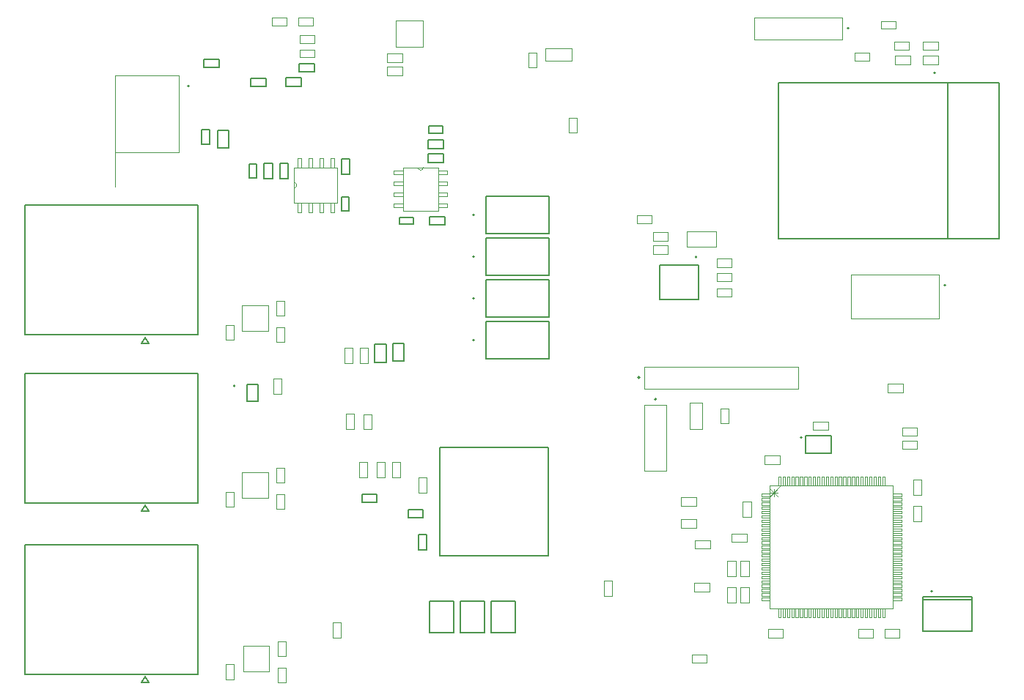
<source format=gbr>
%TF.GenerationSoftware,Altium Limited,Altium Designer,24.4.1 (13)*%
G04 Layer_Color=16711935*
%FSLAX45Y45*%
%MOMM*%
%TF.SameCoordinates,7BA59CB3-8EBC-4C6A-B4C6-80429C3BB8AE*%
%TF.FilePolarity,Positive*%
%TF.FileFunction,Other,Mechanical_13*%
%TF.Part,Single*%
G01*
G75*
%TA.AperFunction,NonConductor*%
%ADD93C,0.20000*%
%ADD96C,0.12700*%
%ADD99C,0.07620*%
%ADD100C,0.10000*%
%ADD168C,0.00000*%
%ADD169C,0.02540*%
D93*
X3403480Y9898220D02*
G03*
X3403480Y9898220I-10000J0D01*
G01*
X8606400Y6527800D02*
G03*
X8606400Y6527800I-10000J0D01*
G01*
X11988880Y4057800D02*
G03*
X11988880Y4057800I-10000J0D01*
G01*
X9266400Y7922800D02*
G03*
X9266400Y7922800I-10000J0D01*
G01*
X6695280Y7442200D02*
G03*
X6695280Y7442200I-10000J0D01*
G01*
X10481592Y5833100D02*
G03*
X10481592Y5833100I-10000J0D01*
G01*
X6696400Y8407400D02*
G03*
X6696400Y8407400I-10000J0D01*
G01*
X6695280Y6959600D02*
G03*
X6695280Y6959600I-10000J0D01*
G01*
X6696400Y7924800D02*
G03*
X6696400Y7924800I-10000J0D01*
G01*
X12021800Y10051800D02*
G03*
X12021800Y10051800I-10000J0D01*
G01*
X8798400Y6275300D02*
G03*
X8798400Y6275300I-10000J0D01*
G01*
X11022400Y10566400D02*
G03*
X11022400Y10566400I-10000J0D01*
G01*
X12140000Y7594600D02*
G03*
X12140000Y7594600I-10000J0D01*
G01*
X3934600Y6430200D02*
G03*
X3934600Y6430200I-10000J0D01*
G01*
D96*
X11874380Y3994300D02*
X12444380D01*
Y3954300D02*
Y3994300D01*
Y3594300D02*
Y3954300D01*
X11874380Y3594300D02*
X12444380D01*
X11874380D02*
Y3954300D01*
Y3994300D01*
Y3954300D02*
X12444380D01*
X9289400Y7427800D02*
Y7827800D01*
X8839400Y7427800D02*
X9289400D01*
X8839400D02*
Y7827800D01*
X9289400D01*
X6828280Y7227200D02*
Y7657200D01*
X7558280Y7227200D02*
Y7657200D01*
X6828280D02*
X7558280D01*
X6828280Y7227200D02*
X7558280D01*
X10521592Y5653100D02*
Y5853100D01*
Y5653100D02*
X10821592D01*
Y5853100D01*
X10521592D02*
X10821592D01*
X5571400Y5085800D02*
Y5175800D01*
X5401400Y5085800D02*
Y5175800D01*
Y5085800D02*
X5571400D01*
X5401400Y5175800D02*
X5571400D01*
X5545400Y6912200D02*
X5681400D01*
X5545400Y6702200D02*
X5681400D01*
Y6912200D01*
X5545400Y6702200D02*
Y6912200D01*
X5751600Y6919900D02*
X5881600D01*
X5751600Y6719900D02*
Y6919900D01*
Y6719900D02*
X5881600D01*
Y6919900D01*
X6104800Y4908000D02*
Y4998000D01*
X5934800Y4908000D02*
Y4998000D01*
Y4908000D02*
X6104800D01*
X5934800Y4998000D02*
X6104800D01*
X6051000Y4537800D02*
X6141000D01*
X6051000Y4707800D02*
X6141000D01*
X6051000Y4537800D02*
Y4707800D01*
X6141000Y4537800D02*
Y4707800D01*
X6829400Y8192400D02*
Y8622400D01*
X7559400Y8192400D02*
Y8622400D01*
X6829400D02*
X7559400D01*
X6829400Y8192400D02*
X7559400D01*
X6828280Y6744600D02*
X7558280D01*
X6828280Y7174600D02*
X7558280D01*
Y6744600D02*
Y7174600D01*
X6828280Y6744600D02*
Y7174600D01*
X6829400Y7709800D02*
X7559400D01*
X6829400Y8139800D02*
X7559400D01*
Y7709800D02*
Y8139800D01*
X6829400Y7709800D02*
Y8139800D01*
X6179520Y3579200D02*
Y3939200D01*
X6459520Y3579200D02*
Y3939200D01*
X6179520Y3579200D02*
X6459520D01*
X6179520Y3939200D02*
X6459520D01*
X6535120Y3579200D02*
Y3939200D01*
X6815120Y3579200D02*
Y3939200D01*
X6535120Y3579200D02*
X6815120D01*
X6535120Y3939200D02*
X6815120D01*
X6890720Y3579200D02*
Y3939200D01*
X7170720Y3579200D02*
Y3939200D01*
X6890720Y3579200D02*
X7170720D01*
X6890720Y3939200D02*
X7170720D01*
X7546500Y4467700D02*
Y5717700D01*
X6296500Y4467700D02*
X7546500D01*
X6296500D02*
Y5717700D01*
X7546500D01*
X12160800Y8131800D02*
Y9931800D01*
X12760800D01*
X10210800D02*
X12160800D01*
X10210800Y8131800D02*
Y9931800D01*
Y8131800D02*
X12160800D01*
X12760800D01*
Y9931800D01*
X6173480Y9432920D02*
X6333480D01*
X6173480Y9352920D02*
X6333480D01*
X6173480D02*
Y9432920D01*
X6333480Y9352920D02*
Y9432920D01*
X6163480Y9176820D02*
Y9278820D01*
X6343480Y9176820D02*
Y9278820D01*
X6163480D02*
X6343480D01*
X6163480Y9176820D02*
X6343480D01*
X6165480Y9014720D02*
Y9110720D01*
X6341480Y9014720D02*
Y9110720D01*
X6165480D02*
X6341480D01*
X6165480Y9014720D02*
X6341480D01*
X5990580Y8298820D02*
Y8378820D01*
X5830580Y8298820D02*
Y8378820D01*
Y8298820D02*
X5990580D01*
X5830580Y8378820D02*
X5990580D01*
X6178180Y8290820D02*
Y8386820D01*
X6354180Y8290820D02*
Y8386820D01*
X6178180D02*
X6354180D01*
X6178180Y8290820D02*
X6354180D01*
X4100200Y8835400D02*
Y8995400D01*
X4180200Y8835400D02*
Y8995400D01*
X4100200Y8835400D02*
X4180200D01*
X4100200Y8995400D02*
X4180200D01*
X5159000Y8878200D02*
X5255000D01*
X5159000Y9054200D02*
X5255000D01*
X5159000Y8878200D02*
Y9054200D01*
X5255000Y8878200D02*
Y9054200D01*
X5167000Y8614400D02*
X5247000D01*
X5167000Y8454400D02*
X5247000D01*
Y8614400D01*
X5167000Y8454400D02*
Y8614400D01*
X4447800Y8826100D02*
X4543800D01*
X4447800Y9002100D02*
X4543800D01*
X4447800Y8826100D02*
Y9002100D01*
X4543800Y8826100D02*
Y9002100D01*
X4267000Y8825400D02*
X4369000D01*
X4267000Y9005400D02*
X4369000D01*
X4267000Y8825400D02*
Y9005400D01*
X4369000Y8825400D02*
Y9005400D01*
X3546100Y9221100D02*
Y9397100D01*
X3642100Y9221100D02*
Y9397100D01*
X3546100Y9221100D02*
X3642100D01*
X3546100Y9397100D02*
X3642100D01*
X3732300Y9183700D02*
Y9383700D01*
X3862300D01*
Y9183700D02*
Y9383700D01*
X3732300Y9183700D02*
X3862300D01*
X3569600Y10208000D02*
X3745600D01*
X3569600Y10112000D02*
X3745600D01*
X3569600D02*
Y10208000D01*
X3745600Y10112000D02*
Y10208000D01*
X4674500Y10061200D02*
X4850500D01*
X4674500Y10157200D02*
X4850500D01*
Y10061200D02*
Y10157200D01*
X4674500Y10061200D02*
Y10157200D01*
X4113160Y9989560D02*
X4289160D01*
X4113160Y9893560D02*
X4289160D01*
X4113160D02*
Y9989560D01*
X4289160Y9893560D02*
Y9989560D01*
X4522100Y9896100D02*
X4698100D01*
X4522100Y9992100D02*
X4698100D01*
Y9896100D02*
Y9992100D01*
X4522100Y9896100D02*
Y9992100D01*
X4072100Y6250000D02*
Y6450000D01*
X4197100D01*
Y6250000D02*
Y6450000D01*
X4072100Y6250000D02*
X4197100D01*
X1505600Y8522400D02*
X3499600D01*
Y7022400D02*
Y8522400D01*
X1505600Y7022400D02*
X3499600D01*
X1505600D02*
Y8522400D01*
X2855600Y6922700D02*
X2935600D01*
X2895600Y6992700D02*
X2935600Y6922700D01*
X2855600D02*
X2895600Y6992700D01*
X1505600Y6578400D02*
X3499600D01*
Y5078400D02*
Y6578400D01*
X1505600Y5078400D02*
X3499600D01*
X1505600D02*
Y6578400D01*
X2855600Y4978700D02*
X2935600D01*
X2895600Y5048700D02*
X2935600Y4978700D01*
X2855600D02*
X2895600Y5048700D01*
X1505600Y4597200D02*
X3499600D01*
Y3097200D02*
Y4597200D01*
X1505600Y3097200D02*
X3499600D01*
X1505600D02*
Y4597200D01*
X2855600Y2997500D02*
X2935600D01*
X2895600Y3067500D02*
X2935600Y2997500D01*
X2855600D02*
X2895600Y3067500D01*
D99*
X10117872Y5235299D02*
X10202511Y5150660D01*
X10117872D02*
X10202511Y5235299D01*
X10117872Y5192979D02*
X10202511D01*
X10160192Y5150660D02*
Y5235299D01*
D100*
X2546700Y8735800D02*
Y9128800D01*
Y10022800D02*
X3281700D01*
X2546700Y9128800D02*
Y10022800D01*
Y9128800D02*
X3281700D01*
Y10022800D01*
X8661400Y6400800D02*
Y6654800D01*
X10439400D01*
Y6400800D02*
Y6654800D01*
X8661400Y6400800D02*
X10439400D01*
X8661400D02*
Y6654800D01*
X10439400D01*
Y6400800D02*
Y6654800D01*
X9381400Y3231600D02*
Y3321600D01*
X9211400Y3231600D02*
Y3321600D01*
Y3231600D02*
X9381400D01*
X9211400Y3321600D02*
X9381400D01*
X5060400Y3691800D02*
X5150400D01*
X5060400Y3521800D02*
X5150400D01*
Y3691800D01*
X5060400Y3521800D02*
Y3691800D01*
X8746400Y8311600D02*
Y8401600D01*
X8576400Y8311600D02*
Y8401600D01*
Y8311600D02*
X8746400D01*
X8576400Y8401600D02*
X8746400D01*
X11813192Y5699000D02*
Y5795000D01*
X11638192Y5699000D02*
Y5795000D01*
Y5699000D02*
X11813192D01*
X11638192Y5795000D02*
X11813192D01*
Y5851400D02*
Y5947400D01*
X11638192Y5851400D02*
Y5947400D01*
Y5851400D02*
X11813192D01*
X11638192Y5947400D02*
X11813192D01*
X10609492Y5921000D02*
Y6017000D01*
X10784492Y5921000D02*
Y6017000D01*
X10609492D02*
X10784492D01*
X10609492Y5921000D02*
X10784492D01*
X6098600Y10347900D02*
Y10657900D01*
X5788600Y10347900D02*
Y10657900D01*
Y10347900D02*
X6098600D01*
X5788600Y10657900D02*
X6098600D01*
X8197300Y4004400D02*
Y4174400D01*
X8287300Y4004400D02*
Y4174400D01*
X8197300Y4004400D02*
X8287300D01*
X8197300Y4174400D02*
X8287300D01*
X5746200Y5376000D02*
Y5546000D01*
X5836200Y5376000D02*
Y5546000D01*
X5746200Y5376000D02*
X5836200D01*
X5746200Y5546000D02*
X5836200D01*
X5658400Y5376000D02*
Y5546000D01*
X5568400Y5376000D02*
Y5546000D01*
X5658400D01*
X5568400Y5376000D02*
X5658400D01*
X5455200D02*
Y5546000D01*
X5365200Y5376000D02*
Y5546000D01*
X5455200D01*
X5365200Y5376000D02*
X5455200D01*
X5302800Y5934800D02*
Y6104800D01*
X5212800Y5934800D02*
Y6104800D01*
X5302800D01*
X5212800Y5934800D02*
X5302800D01*
X5416000Y5933600D02*
Y6103600D01*
X5506000Y5933600D02*
Y6103600D01*
X5416000Y5933600D02*
X5506000D01*
X5416000Y6103600D02*
X5506000D01*
X5290100Y6696800D02*
Y6866800D01*
X5200100Y6696800D02*
Y6866800D01*
X5290100D01*
X5200100Y6696800D02*
X5290100D01*
X5467900D02*
Y6866800D01*
X5377900Y6696800D02*
Y6866800D01*
X5467900D01*
X5377900Y6696800D02*
X5467900D01*
X6141000Y5198200D02*
Y5368200D01*
X6051000Y5198200D02*
Y5368200D01*
X6141000D01*
X6051000Y5198200D02*
X6141000D01*
X7786753Y9360907D02*
Y9530907D01*
X7876753Y9360907D02*
Y9530907D01*
X7786753Y9360907D02*
X7876753D01*
X7786753Y9530907D02*
X7876753D01*
X9086692Y5044700D02*
X9261692D01*
X9086692Y5140700D02*
X9261692D01*
Y5044700D02*
Y5140700D01*
X9086692Y5044700D02*
Y5140700D01*
X9085492Y4790700D02*
X9260492D01*
X9085492Y4886700D02*
X9260492D01*
Y4790700D02*
Y4886700D01*
X9085492Y4790700D02*
Y4886700D01*
X10050692Y5527300D02*
X10225692D01*
X10050692Y5623300D02*
X10225692D01*
Y5527300D02*
Y5623300D01*
X10050692Y5527300D02*
Y5623300D01*
X11469500Y6357880D02*
X11644500D01*
X11469500Y6453880D02*
X11644500D01*
Y6357880D02*
Y6453880D01*
X11469500Y6357880D02*
Y6453880D01*
X9798092Y4916300D02*
Y5091300D01*
X9894092Y4916300D02*
Y5091300D01*
X9798092Y4916300D02*
X9894092D01*
X9798092Y5091300D02*
X9894092D01*
X9666100Y4625600D02*
X9841100D01*
X9666100Y4721600D02*
X9841100D01*
Y4625600D02*
Y4721600D01*
X9666100Y4625600D02*
Y4721600D01*
X9247000Y4645400D02*
X9422000D01*
X9247000Y4549400D02*
X9422000D01*
X9247000D02*
Y4645400D01*
X9422000Y4549400D02*
Y4645400D01*
X11766592Y5170300D02*
Y5345300D01*
X11862592Y5170300D02*
Y5345300D01*
X11766592Y5170300D02*
X11862592D01*
X11766592Y5345300D02*
X11862592D01*
X11862592Y4865500D02*
Y5040500D01*
X11766592Y4865500D02*
Y5040500D01*
X11862592D01*
X11766592Y4865500D02*
X11862592D01*
X9234300Y4054100D02*
X9409300D01*
X9234300Y4150100D02*
X9409300D01*
Y4054100D02*
Y4150100D01*
X9234300Y4054100D02*
Y4150100D01*
X9620292Y4230500D02*
Y4405500D01*
X9716292Y4230500D02*
Y4405500D01*
X9620292Y4230500D02*
X9716292D01*
X9620292Y4405500D02*
X9716292D01*
X9716292Y3925700D02*
Y4100700D01*
X9620292Y3925700D02*
Y4100700D01*
X9716292D01*
X9620292Y3925700D02*
X9716292D01*
X9772692Y4230500D02*
Y4405500D01*
X9868692Y4230500D02*
Y4405500D01*
X9772692Y4230500D02*
X9868692D01*
X9772692Y4405500D02*
X9868692D01*
X9868692Y3925700D02*
Y4100700D01*
X9772692Y3925700D02*
Y4100700D01*
X9868692D01*
X9772692Y3925700D02*
X9868692D01*
X10088792Y3520700D02*
X10263792D01*
X10088792Y3616700D02*
X10263792D01*
Y3520700D02*
Y3616700D01*
X10088792Y3520700D02*
Y3616700D01*
X11130192Y3520700D02*
X11305192D01*
X11130192Y3616700D02*
X11305192D01*
Y3520700D02*
Y3616700D01*
X11130192Y3520700D02*
Y3616700D01*
X11434992Y3616700D02*
X11609992D01*
X11434992Y3520700D02*
X11609992D01*
X11434992D02*
Y3616700D01*
X11609992Y3520700D02*
Y3616700D01*
X7520800Y10191600D02*
X7820800D01*
X7520800Y10331600D02*
X7820800D01*
X7520800Y10191600D02*
Y10331600D01*
X7820800Y10191600D02*
Y10331600D01*
X7321000Y10113100D02*
Y10283100D01*
X7411000Y10113100D02*
Y10283100D01*
X7321000Y10113100D02*
X7411000D01*
X7321000Y10283100D02*
X7411000D01*
X5691000Y10119100D02*
X5866000D01*
X5691000Y10023100D02*
X5866000D01*
X5691000D02*
Y10119100D01*
X5866000Y10023100D02*
Y10119100D01*
X5691000Y10271500D02*
X5866000D01*
X5691000Y10175500D02*
X5866000D01*
X5691000D02*
Y10271500D01*
X5866000Y10175500D02*
Y10271500D01*
X11557200Y10150100D02*
X11732200D01*
X11557200Y10246100D02*
X11732200D01*
Y10150100D02*
Y10246100D01*
X11557200Y10150100D02*
Y10246100D01*
X11718200Y10318200D02*
Y10408200D01*
X11548200Y10318200D02*
Y10408200D01*
Y10318200D02*
X11718200D01*
X11548200Y10408200D02*
X11718200D01*
X11875900Y10246100D02*
X12050900D01*
X11875900Y10150100D02*
X12050900D01*
X11875900D02*
Y10246100D01*
X12050900Y10150100D02*
Y10246100D01*
X11875900Y10411200D02*
X12050900D01*
X11875900Y10315200D02*
X12050900D01*
X11875900D02*
Y10411200D01*
X12050900Y10315200D02*
Y10411200D01*
X11395800Y10559500D02*
Y10649500D01*
X11565800Y10559500D02*
Y10649500D01*
X11395800D02*
X11565800D01*
X11395800Y10559500D02*
X11565800D01*
X11261000Y10191200D02*
Y10281200D01*
X11091000Y10191200D02*
Y10281200D01*
Y10191200D02*
X11261000D01*
X11091000Y10281200D02*
X11261000D01*
X9543500Y6168300D02*
X9633500D01*
X9543500Y5998300D02*
X9633500D01*
Y6168300D01*
X9543500Y5998300D02*
Y6168300D01*
X9188300Y6233300D02*
X9328300D01*
X9188300Y5933300D02*
X9328300D01*
X9188300D02*
Y6233300D01*
X9328300Y5933300D02*
Y6233300D01*
X8661400Y6210300D02*
X8915400D01*
Y5448300D02*
Y6210300D01*
X8661400Y5448300D02*
X8915400D01*
X8661400D02*
Y6210300D01*
X8915400D01*
Y5448300D02*
Y6210300D01*
X8661400Y5448300D02*
X8915400D01*
X10947400Y10439400D02*
Y10693400D01*
X9931400Y10439400D02*
X10947400D01*
X9931400D02*
Y10693400D01*
X10947400D01*
Y10439400D02*
Y10693400D01*
X9931400Y10439400D02*
X10947400D01*
X9931400D02*
Y10693400D01*
X12065000Y7213600D02*
Y7721600D01*
X11049000Y7213600D02*
X12065000D01*
X11049000D02*
Y7721600D01*
X12065000D01*
Y7213600D02*
Y7721600D01*
X11049000Y7213600D02*
X12065000D01*
X11049000D02*
Y7721600D01*
X9491800Y8038000D02*
Y8218000D01*
X9151800Y8038000D02*
Y8218000D01*
Y8038000D02*
X9491800D01*
X9151800Y8218000D02*
X9491800D01*
X8757500Y8110300D02*
X8932500D01*
X8757500Y8206300D02*
X8932500D01*
Y8110300D02*
Y8206300D01*
X8757500Y8110300D02*
Y8206300D01*
X8758700Y7957900D02*
X8933700D01*
X8758700Y8053900D02*
X8933700D01*
Y7957900D02*
Y8053900D01*
X8758700Y7957900D02*
Y8053900D01*
X9495300Y7805500D02*
X9670300D01*
X9495300Y7901500D02*
X9670300D01*
Y7805500D02*
Y7901500D01*
X9495300Y7805500D02*
Y7901500D01*
X9496600Y7643400D02*
Y7733400D01*
X9666600Y7643400D02*
Y7733400D01*
X9496600D02*
X9666600D01*
X9496600Y7643400D02*
X9666600D01*
X9666600Y7465600D02*
Y7555600D01*
X9496600Y7465600D02*
Y7555600D01*
Y7465600D02*
X9666600D01*
X9496600Y7555600D02*
X9666600D01*
X4847500Y10394400D02*
Y10484400D01*
X4677500Y10394400D02*
Y10484400D01*
Y10394400D02*
X4847500D01*
X4677500Y10484400D02*
X4847500D01*
X4677500Y10229300D02*
Y10319300D01*
X4847500Y10229300D02*
Y10319300D01*
X4677500D02*
X4847500D01*
X4677500Y10229300D02*
X4847500D01*
X4530000Y10597600D02*
Y10687600D01*
X4360000Y10597600D02*
Y10687600D01*
Y10597600D02*
X4530000D01*
X4360000Y10687600D02*
X4530000D01*
X4834800Y10597600D02*
Y10687600D01*
X4664800Y10597600D02*
Y10687600D01*
Y10597600D02*
X4834800D01*
X4664800Y10687600D02*
X4834800D01*
X4371600Y6338700D02*
X4467600D01*
X4371600Y6513700D02*
X4467600D01*
X4371600Y6338700D02*
Y6513700D01*
X4467600Y6338700D02*
Y6513700D01*
X4422400Y3478400D02*
X4518400D01*
X4422400Y3303400D02*
X4518400D01*
Y3478400D01*
X4422400Y3303400D02*
Y3478400D01*
X3918500Y3039200D02*
Y3209200D01*
X3828500Y3039200D02*
Y3209200D01*
X3918500D01*
X3828500Y3039200D02*
X3918500D01*
X4422400Y3173600D02*
X4518400D01*
X4422400Y2998600D02*
X4518400D01*
Y3173600D01*
X4422400Y2998600D02*
Y3173600D01*
X3918500Y5033100D02*
Y5203100D01*
X3828500Y5033100D02*
Y5203100D01*
X3918500D01*
X3828500Y5033100D02*
X3918500D01*
X4409700Y5180200D02*
X4505700D01*
X4409700Y5005200D02*
X4505700D01*
Y5180200D01*
X4409700Y5005200D02*
Y5180200D01*
Y5485000D02*
X4505700D01*
X4409700Y5310000D02*
X4505700D01*
Y5485000D01*
X4409700Y5310000D02*
Y5485000D01*
X3918500Y6963500D02*
Y7133500D01*
X3828500Y6963500D02*
Y7133500D01*
X3918500D01*
X3828500Y6963500D02*
X3918500D01*
X4409700Y7110600D02*
X4505700D01*
X4409700Y6935600D02*
X4505700D01*
Y7110600D01*
X4409700Y6935600D02*
Y7110600D01*
Y7415400D02*
X4505700D01*
X4409700Y7240400D02*
X4505700D01*
Y7415400D01*
X4409700Y7240400D02*
Y7415400D01*
X4028290Y3426610D02*
X4328310D01*
X4028290Y3126589D02*
Y3426610D01*
Y3126589D02*
X4328310D01*
Y3426610D01*
X4015590Y5433210D02*
X4315610D01*
X4015590Y5133189D02*
Y5433210D01*
Y5133189D02*
X4315610D01*
Y5433210D01*
X4015590Y7363610D02*
X4315610D01*
X4015590Y7063589D02*
Y7363610D01*
Y7063589D02*
X4315610D01*
Y7363610D01*
D168*
X4615180Y8719820D02*
G03*
X4615180Y8780780I0J30480D01*
G01*
X6045200Y8956040D02*
G03*
X6106160Y8956040I30480J0D01*
G01*
X4615180Y8549640D02*
X5113020D01*
X4615180D02*
Y8719820D01*
Y8780780D01*
Y8950960D01*
X5113020D01*
Y8549640D02*
Y8950960D01*
X4650740D02*
Y9060180D01*
X4696460D01*
Y8950960D02*
Y9060180D01*
X4650740Y8950960D02*
X4696460D01*
X4777740D02*
Y9060180D01*
X4823460D01*
Y8950960D02*
Y9060180D01*
X4777740Y8950960D02*
X4823460D01*
X4904740D02*
Y9060180D01*
X4950460D01*
Y8950960D02*
Y9060180D01*
X4904740Y8950960D02*
X4950460D01*
X5031740D02*
Y9060180D01*
X5077460D01*
Y8950960D02*
Y9060180D01*
X5031740Y8950960D02*
X5077460D01*
Y8440420D02*
Y8549640D01*
X5031740Y8440420D02*
X5077460D01*
X5031740D02*
Y8549640D01*
X5077460D01*
X4950460Y8440420D02*
Y8549640D01*
X4904740Y8440420D02*
X4950460D01*
X4904740D02*
Y8549640D01*
X4950460D01*
X4823460Y8440420D02*
Y8549640D01*
X4777740Y8440420D02*
X4823460D01*
X4777740D02*
Y8549640D01*
X4823460D01*
X4696460Y8440420D02*
Y8549640D01*
X4650740Y8440420D02*
X4696460D01*
X4650740D02*
Y8549640D01*
X4696460D01*
X5875020Y8874760D02*
Y8920480D01*
X5765800D02*
X5875020D01*
X5765800Y8874760D02*
Y8920480D01*
Y8874760D02*
X5875020D01*
Y8747760D02*
Y8793480D01*
X5765800D02*
X5875020D01*
X5765800Y8747760D02*
Y8793480D01*
Y8747760D02*
X5875020D01*
Y8620760D02*
Y8666480D01*
X5765800D02*
X5875020D01*
X5765800Y8620760D02*
Y8666480D01*
Y8620760D02*
X5875020D01*
Y8493760D02*
Y8539480D01*
X5765800D02*
X5875020D01*
X5765800Y8493760D02*
Y8539480D01*
Y8493760D02*
X5875020D01*
X6276340D02*
Y8539480D01*
Y8493760D02*
X6385560D01*
Y8539480D01*
X6276340D02*
X6385560D01*
X6276340Y8620760D02*
Y8666480D01*
Y8620760D02*
X6385560D01*
Y8666480D01*
X6276340D02*
X6385560D01*
X6276340Y8747760D02*
Y8793480D01*
Y8747760D02*
X6385560D01*
Y8793480D01*
X6276340D02*
X6385560D01*
X6276340Y8874760D02*
Y8920480D01*
Y8874760D02*
X6385560D01*
Y8920480D01*
X6276340D02*
X6385560D01*
X5875020Y8458200D02*
X6276340D01*
Y8956040D01*
X6106160D02*
X6276340D01*
X6045200D02*
X6106160D01*
X5875020D02*
X6045200D01*
X5875020Y8458200D02*
Y8956040D01*
D169*
X11407482Y5277930D02*
X11435422D01*
Y5378260D01*
X11407482D02*
X11435422D01*
X11407482Y5277930D02*
Y5378260D01*
X11357482Y5277930D02*
X11385422D01*
Y5378260D01*
X11357482D02*
X11385422D01*
X11357482Y5277930D02*
Y5378260D01*
X11307482Y5277930D02*
X11335422D01*
Y5378260D01*
X11307482D02*
X11335422D01*
X11307482Y5277930D02*
Y5378260D01*
X11257482Y5277930D02*
X11285422D01*
Y5378260D01*
X11257482D02*
X11285422D01*
X11257482Y5277930D02*
Y5378260D01*
X11207482Y5277930D02*
X11235422D01*
Y5378260D01*
X11207482D02*
X11235422D01*
X11207482Y5277930D02*
Y5378260D01*
X11157482Y5277930D02*
X11185422D01*
Y5378260D01*
X11157482D02*
X11185422D01*
X11157482Y5277930D02*
Y5378260D01*
X11107482Y5277930D02*
X11135422D01*
Y5378260D01*
X11107482D02*
X11135422D01*
X11107482Y5277930D02*
Y5378260D01*
X11057482Y5277930D02*
X11085422D01*
Y5378260D01*
X11057482D02*
X11085422D01*
X11057482Y5277930D02*
Y5378260D01*
X11007482Y5277930D02*
X11035422D01*
Y5378260D01*
X11007482D02*
X11035422D01*
X11007482Y5277930D02*
Y5378260D01*
X10957482Y5277930D02*
X10985422D01*
Y5378260D01*
X10957482D02*
X10985422D01*
X10957482Y5277930D02*
Y5378260D01*
X10907482Y5277930D02*
X10935422D01*
Y5378260D01*
X10907482D02*
X10935422D01*
X10907482Y5277930D02*
Y5378260D01*
X10857482Y5277930D02*
X10885422D01*
Y5378260D01*
X10857482D02*
X10885422D01*
X10857482Y5277930D02*
Y5378260D01*
X10807482Y5277930D02*
X10835422D01*
Y5378260D01*
X10807482D02*
X10835422D01*
X10807482Y5277930D02*
Y5378260D01*
X10757482Y5277930D02*
X10785422D01*
Y5378260D01*
X10757482D02*
X10785422D01*
X10757482Y5277930D02*
Y5378260D01*
X10707482Y5277930D02*
X10735422D01*
Y5378260D01*
X10707482D02*
X10735422D01*
X10707482Y5277930D02*
Y5378260D01*
X10657482Y5277930D02*
X10685422D01*
Y5378260D01*
X10657482D02*
X10685422D01*
X10657482Y5277930D02*
Y5378260D01*
X10607482Y5277930D02*
X10635422D01*
Y5378260D01*
X10607482D02*
X10635422D01*
X10607482Y5277930D02*
Y5378260D01*
X10557482Y5277930D02*
X10585422D01*
Y5378260D01*
X10557482D02*
X10585422D01*
X10557482Y5277930D02*
Y5378260D01*
X10507482Y5277930D02*
X10535422D01*
Y5378260D01*
X10507482D02*
X10535422D01*
X10507482Y5277930D02*
Y5378260D01*
X10457482Y5277930D02*
X10485422D01*
Y5378260D01*
X10457482D02*
X10485422D01*
X10457482Y5277930D02*
Y5378260D01*
X10407482Y5277930D02*
X10435422D01*
Y5378260D01*
X10407482D02*
X10435422D01*
X10407482Y5277930D02*
Y5378260D01*
X10357482Y5277930D02*
X10385422D01*
Y5378260D01*
X10357482D02*
X10385422D01*
X10357482Y5277930D02*
Y5378260D01*
X10307482Y5277930D02*
X10335422D01*
Y5378260D01*
X10307482D02*
X10335422D01*
X10307482Y5277930D02*
Y5378260D01*
X10257482Y5277930D02*
X10285422D01*
Y5378260D01*
X10257482D02*
X10285422D01*
X10257482Y5277930D02*
Y5378260D01*
X10207482Y5277930D02*
X10235422D01*
Y5378260D01*
X10207482D02*
X10235422D01*
X10207482Y5277930D02*
Y5378260D01*
X10111522Y5154030D02*
Y5181970D01*
X10011192D02*
X10111522D01*
X10011192Y5154030D02*
Y5181970D01*
Y5154030D02*
X10111522D01*
Y5104030D02*
Y5131970D01*
X10011192D02*
X10111522D01*
X10011192Y5104030D02*
Y5131970D01*
Y5104030D02*
X10111522D01*
Y5054030D02*
Y5081970D01*
X10011192D02*
X10111522D01*
X10011192Y5054030D02*
Y5081970D01*
Y5054030D02*
X10111522D01*
Y5004030D02*
Y5031970D01*
X10011192D02*
X10111522D01*
X10011192Y5004030D02*
Y5031970D01*
Y5004030D02*
X10111522D01*
Y4954030D02*
Y4981970D01*
X10011192D02*
X10111522D01*
X10011192Y4954030D02*
Y4981970D01*
Y4954030D02*
X10111522D01*
Y4904030D02*
Y4931970D01*
X10011192D02*
X10111522D01*
X10011192Y4904030D02*
Y4931970D01*
Y4904030D02*
X10111522D01*
Y4854030D02*
Y4881970D01*
X10011192D02*
X10111522D01*
X10011192Y4854030D02*
Y4881970D01*
Y4854030D02*
X10111522D01*
Y4804030D02*
Y4831970D01*
X10011192D02*
X10111522D01*
X10011192Y4804030D02*
Y4831970D01*
Y4804030D02*
X10111522D01*
Y4754030D02*
Y4781970D01*
X10011192D02*
X10111522D01*
X10011192Y4754030D02*
Y4781970D01*
Y4754030D02*
X10111522D01*
Y4704030D02*
Y4731970D01*
X10011192D02*
X10111522D01*
X10011192Y4704030D02*
Y4731970D01*
Y4704030D02*
X10111522D01*
Y4654030D02*
Y4681970D01*
X10011192D02*
X10111522D01*
X10011192Y4654030D02*
Y4681970D01*
Y4654030D02*
X10111522D01*
Y4604030D02*
Y4631970D01*
X10011192D02*
X10111522D01*
X10011192Y4604030D02*
Y4631970D01*
Y4604030D02*
X10111522D01*
Y4554030D02*
Y4581970D01*
X10011192D02*
X10111522D01*
X10011192Y4554030D02*
Y4581970D01*
Y4554030D02*
X10111522D01*
Y4504030D02*
Y4531970D01*
X10011192D02*
X10111522D01*
X10011192Y4504030D02*
Y4531970D01*
Y4504030D02*
X10111522D01*
Y4454030D02*
Y4481970D01*
X10011192D02*
X10111522D01*
X10011192Y4454030D02*
Y4481970D01*
Y4454030D02*
X10111522D01*
Y4404030D02*
Y4431970D01*
X10011192D02*
X10111522D01*
X10011192Y4404030D02*
Y4431970D01*
Y4404030D02*
X10111522D01*
Y4354030D02*
Y4381970D01*
X10011192D02*
X10111522D01*
X10011192Y4354030D02*
Y4381970D01*
Y4354030D02*
X10111522D01*
Y4304030D02*
Y4331970D01*
X10011192D02*
X10111522D01*
X10011192Y4304030D02*
Y4331970D01*
Y4304030D02*
X10111522D01*
Y4254030D02*
Y4281970D01*
X10011192D02*
X10111522D01*
X10011192Y4254030D02*
Y4281970D01*
Y4254030D02*
X10111522D01*
Y4204030D02*
Y4231970D01*
X10011192D02*
X10111522D01*
X10011192Y4204030D02*
Y4231970D01*
Y4204030D02*
X10111522D01*
Y4154030D02*
Y4181970D01*
X10011192D02*
X10111522D01*
X10011192Y4154030D02*
Y4181970D01*
Y4154030D02*
X10111522D01*
Y4104030D02*
Y4131970D01*
X10011192D02*
X10111522D01*
X10011192Y4104030D02*
Y4131970D01*
Y4104030D02*
X10111522D01*
Y4054030D02*
Y4081970D01*
X10011192D02*
X10111522D01*
X10011192Y4054030D02*
Y4081970D01*
Y4054030D02*
X10111522D01*
Y4004030D02*
Y4031970D01*
X10011192D02*
X10111522D01*
X10011192Y4004030D02*
Y4031970D01*
Y4004030D02*
X10111522D01*
Y3954030D02*
Y3981970D01*
X10011192D02*
X10111522D01*
X10011192Y3954030D02*
Y3981970D01*
Y3954030D02*
X10111522D01*
X10207482Y3858070D02*
X10235422D01*
X10207482Y3757740D02*
Y3858070D01*
Y3757740D02*
X10235422D01*
Y3858070D01*
X10257482D02*
X10285422D01*
X10257482Y3757740D02*
Y3858070D01*
Y3757740D02*
X10285422D01*
Y3858070D01*
X10307482D02*
X10335422D01*
X10307482Y3757740D02*
Y3858070D01*
Y3757740D02*
X10335422D01*
Y3858070D01*
X10357482D02*
X10385422D01*
X10357482Y3757740D02*
Y3858070D01*
Y3757740D02*
X10385422D01*
Y3858070D01*
X10407482D02*
X10435422D01*
X10407482Y3757740D02*
Y3858070D01*
Y3757740D02*
X10435422D01*
Y3858070D01*
X10457482D02*
X10485422D01*
X10457482Y3757740D02*
Y3858070D01*
Y3757740D02*
X10485422D01*
Y3858070D01*
X10507482D02*
X10535422D01*
X10507482Y3757740D02*
Y3858070D01*
Y3757740D02*
X10535422D01*
Y3858070D01*
X10557482D02*
X10585422D01*
X10557482Y3757740D02*
Y3858070D01*
Y3757740D02*
X10585422D01*
Y3858070D01*
X10607482D02*
X10635422D01*
X10607482Y3757740D02*
Y3858070D01*
Y3757740D02*
X10635422D01*
Y3858070D01*
X10657482D02*
X10685422D01*
X10657482Y3757740D02*
Y3858070D01*
Y3757740D02*
X10685422D01*
Y3858070D01*
X10707482D02*
X10735422D01*
X10707482Y3757740D02*
Y3858070D01*
Y3757740D02*
X10735422D01*
Y3858070D01*
X10757482D02*
X10785422D01*
X10757482Y3757740D02*
Y3858070D01*
Y3757740D02*
X10785422D01*
Y3858070D01*
X10807482D02*
X10835422D01*
X10807482Y3757740D02*
Y3858070D01*
Y3757740D02*
X10835422D01*
Y3858070D01*
X10857482D02*
X10885422D01*
X10857482Y3757740D02*
Y3858070D01*
Y3757740D02*
X10885422D01*
Y3858070D01*
X10907482D02*
X10935422D01*
X10907482Y3757740D02*
Y3858070D01*
Y3757740D02*
X10935422D01*
Y3858070D01*
X10957482D02*
X10985422D01*
X10957482Y3757740D02*
Y3858070D01*
Y3757740D02*
X10985422D01*
Y3858070D01*
X11007482D02*
X11035422D01*
X11007482Y3757740D02*
Y3858070D01*
Y3757740D02*
X11035422D01*
Y3858070D01*
X11057482D02*
X11085422D01*
X11057482Y3757740D02*
Y3858070D01*
Y3757740D02*
X11085422D01*
Y3858070D01*
X11107482D02*
X11135422D01*
X11107482Y3757740D02*
Y3858070D01*
Y3757740D02*
X11135422D01*
Y3858070D01*
X11157482D02*
X11185422D01*
X11157482Y3757740D02*
Y3858070D01*
Y3757740D02*
X11185422D01*
Y3858070D01*
X11207482D02*
X11235422D01*
X11207482Y3757740D02*
Y3858070D01*
Y3757740D02*
X11235422D01*
Y3858070D01*
X11257482D02*
X11285422D01*
X11257482Y3757740D02*
Y3858070D01*
Y3757740D02*
X11285422D01*
Y3858070D01*
X11307482D02*
X11335422D01*
X11307482Y3757740D02*
Y3858070D01*
Y3757740D02*
X11335422D01*
Y3858070D01*
X11357482D02*
X11385422D01*
X11357482Y3757740D02*
Y3858070D01*
Y3757740D02*
X11385422D01*
Y3858070D01*
X11407482D02*
X11435422D01*
X11407482Y3757740D02*
Y3858070D01*
Y3757740D02*
X11435422D01*
Y3858070D01*
X11531382Y3954030D02*
Y3981970D01*
Y3954030D02*
X11631712D01*
Y3981970D01*
X11531382D02*
X11631712D01*
X11531382Y4004030D02*
Y4031970D01*
Y4004030D02*
X11631712D01*
Y4031970D01*
X11531382D02*
X11631712D01*
X11531382Y4054030D02*
Y4081970D01*
Y4054030D02*
X11631712D01*
Y4081970D01*
X11531382D02*
X11631712D01*
X11531382Y4104030D02*
Y4131970D01*
Y4104030D02*
X11631712D01*
Y4131970D01*
X11531382D02*
X11631712D01*
X11531382Y4154030D02*
Y4181970D01*
Y4154030D02*
X11631712D01*
Y4181970D01*
X11531382D02*
X11631712D01*
X11531382Y4204030D02*
Y4231970D01*
Y4204030D02*
X11631712D01*
Y4231970D01*
X11531382D02*
X11631712D01*
X11531382Y4254030D02*
Y4281970D01*
Y4254030D02*
X11631712D01*
Y4281970D01*
X11531382D02*
X11631712D01*
X11531382Y4304030D02*
Y4331970D01*
Y4304030D02*
X11631712D01*
Y4331970D01*
X11531382D02*
X11631712D01*
X11531382Y4354030D02*
Y4381970D01*
Y4354030D02*
X11631712D01*
Y4381970D01*
X11531382D02*
X11631712D01*
X11531382Y4404030D02*
Y4431970D01*
Y4404030D02*
X11631712D01*
Y4431970D01*
X11531382D02*
X11631712D01*
X11531382Y4454030D02*
Y4481970D01*
Y4454030D02*
X11631712D01*
Y4481970D01*
X11531382D02*
X11631712D01*
X11531382Y4504030D02*
Y4531970D01*
Y4504030D02*
X11631712D01*
Y4531970D01*
X11531382D02*
X11631712D01*
X11531382Y4554030D02*
Y4581970D01*
Y4554030D02*
X11631712D01*
Y4581970D01*
X11531382D02*
X11631712D01*
X11531382Y4604030D02*
Y4631970D01*
Y4604030D02*
X11631712D01*
Y4631970D01*
X11531382D02*
X11631712D01*
X11531382Y4654030D02*
Y4681970D01*
Y4654030D02*
X11631712D01*
Y4681970D01*
X11531382D02*
X11631712D01*
X11531382Y4704030D02*
Y4731970D01*
Y4704030D02*
X11631712D01*
Y4731970D01*
X11531382D02*
X11631712D01*
X11531382Y4754030D02*
Y4781970D01*
Y4754030D02*
X11631712D01*
Y4781970D01*
X11531382D02*
X11631712D01*
X11531382Y4804030D02*
Y4831970D01*
Y4804030D02*
X11631712D01*
Y4831970D01*
X11531382D02*
X11631712D01*
X11531382Y4854030D02*
Y4881970D01*
Y4854030D02*
X11631712D01*
Y4881970D01*
X11531382D02*
X11631712D01*
X11531382Y4904030D02*
Y4931970D01*
Y4904030D02*
X11631712D01*
Y4931970D01*
X11531382D02*
X11631712D01*
X11531382Y4954030D02*
Y4981970D01*
Y4954030D02*
X11631712D01*
Y4981970D01*
X11531382D02*
X11631712D01*
X11531382Y5004030D02*
Y5031970D01*
Y5004030D02*
X11631712D01*
Y5031970D01*
X11531382D02*
X11631712D01*
X11531382Y5054030D02*
Y5081970D01*
Y5054030D02*
X11631712D01*
Y5081970D01*
X11531382D02*
X11631712D01*
X11531382Y5104030D02*
Y5131970D01*
Y5104030D02*
X11631712D01*
Y5131970D01*
X11531382D02*
X11631712D01*
X11531382Y5154030D02*
Y5181970D01*
Y5154030D02*
X11631712D01*
Y5181970D01*
X11531382D02*
X11631712D01*
X10111522Y5150930D02*
X10238522Y5277930D01*
X10111522Y3858070D02*
Y5277930D01*
Y3858070D02*
X11531382D01*
Y5277930D01*
X10111522D02*
X11531382D01*
%TF.MD5,e0cedea326ca36e8a7b9355c412b610f*%
M02*

</source>
